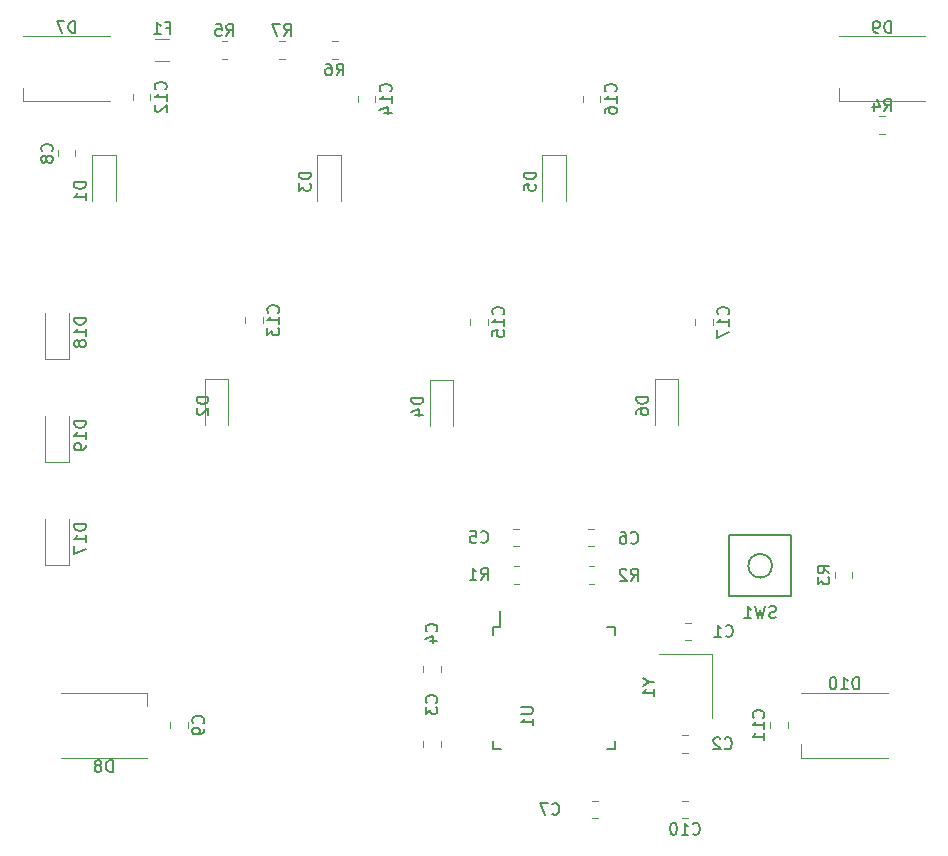
<source format=gbr>
%TF.GenerationSoftware,KiCad,Pcbnew,(6.0.5)*%
%TF.CreationDate,2022-05-27T18:29:41+07:00*%
%TF.ProjectId,atelier-alter,6174656c-6965-4722-9d61-6c7465722e6b,rev?*%
%TF.SameCoordinates,Original*%
%TF.FileFunction,Legend,Bot*%
%TF.FilePolarity,Positive*%
%FSLAX46Y46*%
G04 Gerber Fmt 4.6, Leading zero omitted, Abs format (unit mm)*
G04 Created by KiCad (PCBNEW (6.0.5)) date 2022-05-27 18:29:41*
%MOMM*%
%LPD*%
G01*
G04 APERTURE LIST*
%ADD10C,0.150000*%
%ADD11C,0.120000*%
G04 APERTURE END LIST*
D10*
%TO.C,D5*%
X155614880Y-73080604D02*
X154614880Y-73080604D01*
X154614880Y-73318700D01*
X154662500Y-73461557D01*
X154757738Y-73556795D01*
X154852976Y-73604414D01*
X155043452Y-73652033D01*
X155186309Y-73652033D01*
X155376785Y-73604414D01*
X155472023Y-73556795D01*
X155567261Y-73461557D01*
X155614880Y-73318700D01*
X155614880Y-73080604D01*
X154614880Y-74556795D02*
X154614880Y-74080604D01*
X155091071Y-74032985D01*
X155043452Y-74080604D01*
X154995833Y-74175842D01*
X154995833Y-74413938D01*
X155043452Y-74509176D01*
X155091071Y-74556795D01*
X155186309Y-74604414D01*
X155424404Y-74604414D01*
X155519642Y-74556795D01*
X155567261Y-74509176D01*
X155614880Y-74413938D01*
X155614880Y-74175842D01*
X155567261Y-74080604D01*
X155519642Y-74032985D01*
%TO.C,D10*%
X182983085Y-116808580D02*
X182983085Y-115808580D01*
X182744990Y-115808580D01*
X182602133Y-115856200D01*
X182506895Y-115951438D01*
X182459276Y-116046676D01*
X182411657Y-116237152D01*
X182411657Y-116380009D01*
X182459276Y-116570485D01*
X182506895Y-116665723D01*
X182602133Y-116760961D01*
X182744990Y-116808580D01*
X182983085Y-116808580D01*
X181459276Y-116808580D02*
X182030704Y-116808580D01*
X181744990Y-116808580D02*
X181744990Y-115808580D01*
X181840228Y-115951438D01*
X181935466Y-116046676D01*
X182030704Y-116094295D01*
X180840228Y-115808580D02*
X180744990Y-115808580D01*
X180649752Y-115856200D01*
X180602133Y-115903819D01*
X180554514Y-115999057D01*
X180506895Y-116189533D01*
X180506895Y-116427628D01*
X180554514Y-116618104D01*
X180602133Y-116713342D01*
X180649752Y-116760961D01*
X180744990Y-116808580D01*
X180840228Y-116808580D01*
X180935466Y-116760961D01*
X180983085Y-116713342D01*
X181030704Y-116618104D01*
X181078323Y-116427628D01*
X181078323Y-116189533D01*
X181030704Y-115999057D01*
X180983085Y-115903819D01*
X180935466Y-115856200D01*
X180840228Y-115808580D01*
%TO.C,U1*%
X154377380Y-118313045D02*
X155186904Y-118313045D01*
X155282142Y-118360664D01*
X155329761Y-118408283D01*
X155377380Y-118503521D01*
X155377380Y-118693997D01*
X155329761Y-118789235D01*
X155282142Y-118836854D01*
X155186904Y-118884473D01*
X154377380Y-118884473D01*
X155377380Y-119884473D02*
X155377380Y-119313045D01*
X155377380Y-119598759D02*
X154377380Y-119598759D01*
X154520238Y-119503521D01*
X154615476Y-119408283D01*
X154663095Y-119313045D01*
%TO.C,C7*%
X157013266Y-127357142D02*
X157060885Y-127404761D01*
X157203742Y-127452380D01*
X157298980Y-127452380D01*
X157441838Y-127404761D01*
X157537076Y-127309523D01*
X157584695Y-127214285D01*
X157632314Y-127023809D01*
X157632314Y-126880952D01*
X157584695Y-126690476D01*
X157537076Y-126595238D01*
X157441838Y-126500000D01*
X157298980Y-126452380D01*
X157203742Y-126452380D01*
X157060885Y-126500000D01*
X157013266Y-126547619D01*
X156679933Y-126452380D02*
X156013266Y-126452380D01*
X156441838Y-127452380D01*
%TO.C,C14*%
X143324642Y-66188342D02*
X143372261Y-66140723D01*
X143419880Y-65997866D01*
X143419880Y-65902628D01*
X143372261Y-65759771D01*
X143277023Y-65664533D01*
X143181785Y-65616914D01*
X142991309Y-65569295D01*
X142848452Y-65569295D01*
X142657976Y-65616914D01*
X142562738Y-65664533D01*
X142467500Y-65759771D01*
X142419880Y-65902628D01*
X142419880Y-65997866D01*
X142467500Y-66140723D01*
X142515119Y-66188342D01*
X143419880Y-67140723D02*
X143419880Y-66569295D01*
X143419880Y-66855009D02*
X142419880Y-66855009D01*
X142562738Y-66759771D01*
X142657976Y-66664533D01*
X142705595Y-66569295D01*
X142753214Y-67997866D02*
X143419880Y-67997866D01*
X142372261Y-67759771D02*
X143086547Y-67521676D01*
X143086547Y-68140723D01*
%TO.C,R4*%
X185110466Y-67858580D02*
X185443800Y-67382390D01*
X185681895Y-67858580D02*
X185681895Y-66858580D01*
X185300942Y-66858580D01*
X185205704Y-66906200D01*
X185158085Y-66953819D01*
X185110466Y-67049057D01*
X185110466Y-67191914D01*
X185158085Y-67287152D01*
X185205704Y-67334771D01*
X185300942Y-67382390D01*
X185681895Y-67382390D01*
X184253323Y-67191914D02*
X184253323Y-67858580D01*
X184491419Y-66810961D02*
X184729514Y-67525247D01*
X184110466Y-67525247D01*
%TO.C,D1*%
X117514880Y-73874354D02*
X116514880Y-73874354D01*
X116514880Y-74112450D01*
X116562500Y-74255307D01*
X116657738Y-74350545D01*
X116752976Y-74398164D01*
X116943452Y-74445783D01*
X117086309Y-74445783D01*
X117276785Y-74398164D01*
X117372023Y-74350545D01*
X117467261Y-74255307D01*
X117514880Y-74112450D01*
X117514880Y-73874354D01*
X117514880Y-75398164D02*
X117514880Y-74826735D01*
X117514880Y-75112450D02*
X116514880Y-75112450D01*
X116657738Y-75017211D01*
X116752976Y-74921973D01*
X116800595Y-74826735D01*
%TO.C,C17*%
X171899642Y-85082142D02*
X171947261Y-85034523D01*
X171994880Y-84891666D01*
X171994880Y-84796428D01*
X171947261Y-84653571D01*
X171852023Y-84558333D01*
X171756785Y-84510714D01*
X171566309Y-84463095D01*
X171423452Y-84463095D01*
X171232976Y-84510714D01*
X171137738Y-84558333D01*
X171042500Y-84653571D01*
X170994880Y-84796428D01*
X170994880Y-84891666D01*
X171042500Y-85034523D01*
X171090119Y-85082142D01*
X171994880Y-86034523D02*
X171994880Y-85463095D01*
X171994880Y-85748809D02*
X170994880Y-85748809D01*
X171137738Y-85653571D01*
X171232976Y-85558333D01*
X171280595Y-85463095D01*
X170994880Y-86367857D02*
X170994880Y-87034523D01*
X171994880Y-86605952D01*
%TO.C,R7*%
X134310466Y-61478580D02*
X134643800Y-61002390D01*
X134881895Y-61478580D02*
X134881895Y-60478580D01*
X134500942Y-60478580D01*
X134405704Y-60526200D01*
X134358085Y-60573819D01*
X134310466Y-60669057D01*
X134310466Y-60811914D01*
X134358085Y-60907152D01*
X134405704Y-60954771D01*
X134500942Y-61002390D01*
X134881895Y-61002390D01*
X133977133Y-60478580D02*
X133310466Y-60478580D01*
X133739038Y-61478580D01*
%TO.C,F1*%
X124345833Y-60814771D02*
X124679166Y-60814771D01*
X124679166Y-61338580D02*
X124679166Y-60338580D01*
X124202976Y-60338580D01*
X123298214Y-61338580D02*
X123869642Y-61338580D01*
X123583928Y-61338580D02*
X123583928Y-60338580D01*
X123679166Y-60481438D01*
X123774404Y-60576676D01*
X123869642Y-60624295D01*
%TO.C,R1*%
X150979166Y-107549830D02*
X151312500Y-107073640D01*
X151550595Y-107549830D02*
X151550595Y-106549830D01*
X151169642Y-106549830D01*
X151074404Y-106597450D01*
X151026785Y-106645069D01*
X150979166Y-106740307D01*
X150979166Y-106883164D01*
X151026785Y-106978402D01*
X151074404Y-107026021D01*
X151169642Y-107073640D01*
X151550595Y-107073640D01*
X150026785Y-107549830D02*
X150598214Y-107549830D01*
X150312500Y-107549830D02*
X150312500Y-106549830D01*
X150407738Y-106692688D01*
X150502976Y-106787926D01*
X150598214Y-106835545D01*
%TO.C,SW1*%
X175958333Y-110736011D02*
X175815476Y-110783630D01*
X175577380Y-110783630D01*
X175482142Y-110736011D01*
X175434523Y-110688392D01*
X175386904Y-110593154D01*
X175386904Y-110497916D01*
X175434523Y-110402678D01*
X175482142Y-110355059D01*
X175577380Y-110307440D01*
X175767857Y-110259821D01*
X175863095Y-110212202D01*
X175910714Y-110164583D01*
X175958333Y-110069345D01*
X175958333Y-109974107D01*
X175910714Y-109878869D01*
X175863095Y-109831250D01*
X175767857Y-109783630D01*
X175529761Y-109783630D01*
X175386904Y-109831250D01*
X175053571Y-109783630D02*
X174815476Y-110783630D01*
X174625000Y-110069345D01*
X174434523Y-110783630D01*
X174196428Y-109783630D01*
X173291666Y-110783630D02*
X173863095Y-110783630D01*
X173577380Y-110783630D02*
X173577380Y-109783630D01*
X173672619Y-109926488D01*
X173767857Y-110021726D01*
X173863095Y-110069345D01*
%TO.C,R2*%
X163679166Y-107608580D02*
X164012500Y-107132390D01*
X164250595Y-107608580D02*
X164250595Y-106608580D01*
X163869642Y-106608580D01*
X163774404Y-106656200D01*
X163726785Y-106703819D01*
X163679166Y-106799057D01*
X163679166Y-106941914D01*
X163726785Y-107037152D01*
X163774404Y-107084771D01*
X163869642Y-107132390D01*
X164250595Y-107132390D01*
X163298214Y-106703819D02*
X163250595Y-106656200D01*
X163155357Y-106608580D01*
X162917261Y-106608580D01*
X162822023Y-106656200D01*
X162774404Y-106703819D01*
X162726785Y-106799057D01*
X162726785Y-106894295D01*
X162774404Y-107037152D01*
X163345833Y-107608580D01*
X162726785Y-107608580D01*
%TO.C,C9*%
X127449642Y-119689533D02*
X127497261Y-119641914D01*
X127544880Y-119499057D01*
X127544880Y-119403819D01*
X127497261Y-119260961D01*
X127402023Y-119165723D01*
X127306785Y-119118104D01*
X127116309Y-119070485D01*
X126973452Y-119070485D01*
X126782976Y-119118104D01*
X126687738Y-119165723D01*
X126592500Y-119260961D01*
X126544880Y-119403819D01*
X126544880Y-119499057D01*
X126592500Y-119641914D01*
X126640119Y-119689533D01*
X127544880Y-120165723D02*
X127544880Y-120356200D01*
X127497261Y-120451438D01*
X127449642Y-120499057D01*
X127306785Y-120594295D01*
X127116309Y-120641914D01*
X126735357Y-120641914D01*
X126640119Y-120594295D01*
X126592500Y-120546676D01*
X126544880Y-120451438D01*
X126544880Y-120260961D01*
X126592500Y-120165723D01*
X126640119Y-120118104D01*
X126735357Y-120070485D01*
X126973452Y-120070485D01*
X127068690Y-120118104D01*
X127116309Y-120165723D01*
X127163928Y-120260961D01*
X127163928Y-120451438D01*
X127116309Y-120546676D01*
X127068690Y-120594295D01*
X126973452Y-120641914D01*
%TO.C,C15*%
X152849642Y-85082142D02*
X152897261Y-85034523D01*
X152944880Y-84891666D01*
X152944880Y-84796428D01*
X152897261Y-84653571D01*
X152802023Y-84558333D01*
X152706785Y-84510714D01*
X152516309Y-84463095D01*
X152373452Y-84463095D01*
X152182976Y-84510714D01*
X152087738Y-84558333D01*
X151992500Y-84653571D01*
X151944880Y-84796428D01*
X151944880Y-84891666D01*
X151992500Y-85034523D01*
X152040119Y-85082142D01*
X152944880Y-86034523D02*
X152944880Y-85463095D01*
X152944880Y-85748809D02*
X151944880Y-85748809D01*
X152087738Y-85653571D01*
X152182976Y-85558333D01*
X152230595Y-85463095D01*
X151944880Y-86939285D02*
X151944880Y-86463095D01*
X152421071Y-86415476D01*
X152373452Y-86463095D01*
X152325833Y-86558333D01*
X152325833Y-86796428D01*
X152373452Y-86891666D01*
X152421071Y-86939285D01*
X152516309Y-86986904D01*
X152754404Y-86986904D01*
X152849642Y-86939285D01*
X152897261Y-86891666D01*
X152944880Y-86796428D01*
X152944880Y-86558333D01*
X152897261Y-86463095D01*
X152849642Y-86415476D01*
%TO.C,D4*%
X146089880Y-92130604D02*
X145089880Y-92130604D01*
X145089880Y-92368700D01*
X145137500Y-92511557D01*
X145232738Y-92606795D01*
X145327976Y-92654414D01*
X145518452Y-92702033D01*
X145661309Y-92702033D01*
X145851785Y-92654414D01*
X145947023Y-92606795D01*
X146042261Y-92511557D01*
X146089880Y-92368700D01*
X146089880Y-92130604D01*
X145423214Y-93559176D02*
X146089880Y-93559176D01*
X145042261Y-93321080D02*
X145756547Y-93082985D01*
X145756547Y-93702033D01*
%TO.C,D17*%
X117546180Y-102829414D02*
X116546180Y-102829414D01*
X116546180Y-103067509D01*
X116593800Y-103210366D01*
X116689038Y-103305604D01*
X116784276Y-103353223D01*
X116974752Y-103400842D01*
X117117609Y-103400842D01*
X117308085Y-103353223D01*
X117403323Y-103305604D01*
X117498561Y-103210366D01*
X117546180Y-103067509D01*
X117546180Y-102829414D01*
X117546180Y-104353223D02*
X117546180Y-103781795D01*
X117546180Y-104067509D02*
X116546180Y-104067509D01*
X116689038Y-103972271D01*
X116784276Y-103877033D01*
X116831895Y-103781795D01*
X116546180Y-104686557D02*
X116546180Y-105353223D01*
X117546180Y-104924652D01*
%TO.C,C5*%
X150979166Y-104338342D02*
X151026785Y-104385961D01*
X151169642Y-104433580D01*
X151264880Y-104433580D01*
X151407738Y-104385961D01*
X151502976Y-104290723D01*
X151550595Y-104195485D01*
X151598214Y-104005009D01*
X151598214Y-103862152D01*
X151550595Y-103671676D01*
X151502976Y-103576438D01*
X151407738Y-103481200D01*
X151264880Y-103433580D01*
X151169642Y-103433580D01*
X151026785Y-103481200D01*
X150979166Y-103528819D01*
X150074404Y-103433580D02*
X150550595Y-103433580D01*
X150598214Y-103909771D01*
X150550595Y-103862152D01*
X150455357Y-103814533D01*
X150217261Y-103814533D01*
X150122023Y-103862152D01*
X150074404Y-103909771D01*
X150026785Y-104005009D01*
X150026785Y-104243104D01*
X150074404Y-104338342D01*
X150122023Y-104385961D01*
X150217261Y-104433580D01*
X150455357Y-104433580D01*
X150550595Y-104385961D01*
X150598214Y-104338342D01*
%TO.C,D9*%
X185681895Y-61246080D02*
X185681895Y-60246080D01*
X185443800Y-60246080D01*
X185300942Y-60293700D01*
X185205704Y-60388938D01*
X185158085Y-60484176D01*
X185110466Y-60674652D01*
X185110466Y-60817509D01*
X185158085Y-61007985D01*
X185205704Y-61103223D01*
X185300942Y-61198461D01*
X185443800Y-61246080D01*
X185681895Y-61246080D01*
X184634276Y-61246080D02*
X184443800Y-61246080D01*
X184348561Y-61198461D01*
X184300942Y-61150842D01*
X184205704Y-61007985D01*
X184158085Y-60817509D01*
X184158085Y-60436557D01*
X184205704Y-60341319D01*
X184253323Y-60293700D01*
X184348561Y-60246080D01*
X184539038Y-60246080D01*
X184634276Y-60293700D01*
X184681895Y-60341319D01*
X184729514Y-60436557D01*
X184729514Y-60674652D01*
X184681895Y-60769890D01*
X184634276Y-60817509D01*
X184539038Y-60865128D01*
X184348561Y-60865128D01*
X184253323Y-60817509D01*
X184205704Y-60769890D01*
X184158085Y-60674652D01*
%TO.C,C6*%
X163679166Y-104397092D02*
X163726785Y-104444711D01*
X163869642Y-104492330D01*
X163964880Y-104492330D01*
X164107738Y-104444711D01*
X164202976Y-104349473D01*
X164250595Y-104254235D01*
X164298214Y-104063759D01*
X164298214Y-103920902D01*
X164250595Y-103730426D01*
X164202976Y-103635188D01*
X164107738Y-103539950D01*
X163964880Y-103492330D01*
X163869642Y-103492330D01*
X163726785Y-103539950D01*
X163679166Y-103587569D01*
X162822023Y-103492330D02*
X163012500Y-103492330D01*
X163107738Y-103539950D01*
X163155357Y-103587569D01*
X163250595Y-103730426D01*
X163298214Y-103920902D01*
X163298214Y-104301854D01*
X163250595Y-104397092D01*
X163202976Y-104444711D01*
X163107738Y-104492330D01*
X162917261Y-104492330D01*
X162822023Y-104444711D01*
X162774404Y-104397092D01*
X162726785Y-104301854D01*
X162726785Y-104063759D01*
X162774404Y-103968521D01*
X162822023Y-103920902D01*
X162917261Y-103873283D01*
X163107738Y-103873283D01*
X163202976Y-103920902D01*
X163250595Y-103968521D01*
X163298214Y-104063759D01*
%TO.C,C4*%
X147200942Y-111908283D02*
X147248561Y-111860664D01*
X147296180Y-111717807D01*
X147296180Y-111622569D01*
X147248561Y-111479711D01*
X147153323Y-111384473D01*
X147058085Y-111336854D01*
X146867609Y-111289235D01*
X146724752Y-111289235D01*
X146534276Y-111336854D01*
X146439038Y-111384473D01*
X146343800Y-111479711D01*
X146296180Y-111622569D01*
X146296180Y-111717807D01*
X146343800Y-111860664D01*
X146391419Y-111908283D01*
X146629514Y-112765426D02*
X147296180Y-112765426D01*
X146248561Y-112527330D02*
X146962847Y-112289235D01*
X146962847Y-112908283D01*
%TO.C,R6*%
X138760466Y-64838580D02*
X139093800Y-64362390D01*
X139331895Y-64838580D02*
X139331895Y-63838580D01*
X138950942Y-63838580D01*
X138855704Y-63886200D01*
X138808085Y-63933819D01*
X138760466Y-64029057D01*
X138760466Y-64171914D01*
X138808085Y-64267152D01*
X138855704Y-64314771D01*
X138950942Y-64362390D01*
X139331895Y-64362390D01*
X137903323Y-63838580D02*
X138093800Y-63838580D01*
X138189038Y-63886200D01*
X138236657Y-63933819D01*
X138331895Y-64076676D01*
X138379514Y-64267152D01*
X138379514Y-64648104D01*
X138331895Y-64743342D01*
X138284276Y-64790961D01*
X138189038Y-64838580D01*
X137998561Y-64838580D01*
X137903323Y-64790961D01*
X137855704Y-64743342D01*
X137808085Y-64648104D01*
X137808085Y-64410009D01*
X137855704Y-64314771D01*
X137903323Y-64267152D01*
X137998561Y-64219533D01*
X138189038Y-64219533D01*
X138284276Y-64267152D01*
X138331895Y-64314771D01*
X138379514Y-64410009D01*
%TO.C,D19*%
X117546180Y-94098214D02*
X116546180Y-94098214D01*
X116546180Y-94336309D01*
X116593800Y-94479166D01*
X116689038Y-94574404D01*
X116784276Y-94622023D01*
X116974752Y-94669642D01*
X117117609Y-94669642D01*
X117308085Y-94622023D01*
X117403323Y-94574404D01*
X117498561Y-94479166D01*
X117546180Y-94336309D01*
X117546180Y-94098214D01*
X117546180Y-95622023D02*
X117546180Y-95050595D01*
X117546180Y-95336309D02*
X116546180Y-95336309D01*
X116689038Y-95241071D01*
X116784276Y-95145833D01*
X116831895Y-95050595D01*
X117546180Y-96098214D02*
X117546180Y-96288690D01*
X117498561Y-96383928D01*
X117450942Y-96431547D01*
X117308085Y-96526785D01*
X117117609Y-96574404D01*
X116736657Y-96574404D01*
X116641419Y-96526785D01*
X116593800Y-96479166D01*
X116546180Y-96383928D01*
X116546180Y-96193452D01*
X116593800Y-96098214D01*
X116641419Y-96050595D01*
X116736657Y-96002976D01*
X116974752Y-96002976D01*
X117069990Y-96050595D01*
X117117609Y-96098214D01*
X117165228Y-96193452D01*
X117165228Y-96383928D01*
X117117609Y-96479166D01*
X117069990Y-96526785D01*
X116974752Y-96574404D01*
%TO.C,D7*%
X116625595Y-61246080D02*
X116625595Y-60246080D01*
X116387500Y-60246080D01*
X116244642Y-60293700D01*
X116149404Y-60388938D01*
X116101785Y-60484176D01*
X116054166Y-60674652D01*
X116054166Y-60817509D01*
X116101785Y-61007985D01*
X116149404Y-61103223D01*
X116244642Y-61198461D01*
X116387500Y-61246080D01*
X116625595Y-61246080D01*
X115720833Y-60246080D02*
X115054166Y-60246080D01*
X115482738Y-61246080D01*
%TO.C,C8*%
X114657142Y-71270833D02*
X114704761Y-71223214D01*
X114752380Y-71080357D01*
X114752380Y-70985119D01*
X114704761Y-70842261D01*
X114609523Y-70747023D01*
X114514285Y-70699404D01*
X114323809Y-70651785D01*
X114180952Y-70651785D01*
X113990476Y-70699404D01*
X113895238Y-70747023D01*
X113800000Y-70842261D01*
X113752380Y-70985119D01*
X113752380Y-71080357D01*
X113800000Y-71223214D01*
X113847619Y-71270833D01*
X114180952Y-71842261D02*
X114133333Y-71747023D01*
X114085714Y-71699404D01*
X113990476Y-71651785D01*
X113942857Y-71651785D01*
X113847619Y-71699404D01*
X113800000Y-71747023D01*
X113752380Y-71842261D01*
X113752380Y-72032738D01*
X113800000Y-72127976D01*
X113847619Y-72175595D01*
X113942857Y-72223214D01*
X113990476Y-72223214D01*
X114085714Y-72175595D01*
X114133333Y-72127976D01*
X114180952Y-72032738D01*
X114180952Y-71842261D01*
X114228571Y-71747023D01*
X114276190Y-71699404D01*
X114371428Y-71651785D01*
X114561904Y-71651785D01*
X114657142Y-71699404D01*
X114704761Y-71747023D01*
X114752380Y-71842261D01*
X114752380Y-72032738D01*
X114704761Y-72127976D01*
X114657142Y-72175595D01*
X114561904Y-72223214D01*
X114371428Y-72223214D01*
X114276190Y-72175595D01*
X114228571Y-72127976D01*
X114180952Y-72032738D01*
%TO.C,D2*%
X127908630Y-92068104D02*
X126908630Y-92068104D01*
X126908630Y-92306200D01*
X126956250Y-92449057D01*
X127051488Y-92544295D01*
X127146726Y-92591914D01*
X127337202Y-92639533D01*
X127480059Y-92639533D01*
X127670535Y-92591914D01*
X127765773Y-92544295D01*
X127861011Y-92449057D01*
X127908630Y-92306200D01*
X127908630Y-92068104D01*
X127003869Y-93020485D02*
X126956250Y-93068104D01*
X126908630Y-93163342D01*
X126908630Y-93401438D01*
X126956250Y-93496676D01*
X127003869Y-93544295D01*
X127099107Y-93591914D01*
X127194345Y-93591914D01*
X127337202Y-93544295D01*
X127908630Y-92972866D01*
X127908630Y-93591914D01*
%TO.C,C11*%
X174889642Y-119213342D02*
X174937261Y-119165723D01*
X174984880Y-119022866D01*
X174984880Y-118927628D01*
X174937261Y-118784771D01*
X174842023Y-118689533D01*
X174746785Y-118641914D01*
X174556309Y-118594295D01*
X174413452Y-118594295D01*
X174222976Y-118641914D01*
X174127738Y-118689533D01*
X174032500Y-118784771D01*
X173984880Y-118927628D01*
X173984880Y-119022866D01*
X174032500Y-119165723D01*
X174080119Y-119213342D01*
X174984880Y-120165723D02*
X174984880Y-119594295D01*
X174984880Y-119880009D02*
X173984880Y-119880009D01*
X174127738Y-119784771D01*
X174222976Y-119689533D01*
X174270595Y-119594295D01*
X174984880Y-121118104D02*
X174984880Y-120546676D01*
X174984880Y-120832390D02*
X173984880Y-120832390D01*
X174127738Y-120737152D01*
X174222976Y-120641914D01*
X174270595Y-120546676D01*
%TO.C,D8*%
X119800595Y-123808580D02*
X119800595Y-122808580D01*
X119562500Y-122808580D01*
X119419642Y-122856200D01*
X119324404Y-122951438D01*
X119276785Y-123046676D01*
X119229166Y-123237152D01*
X119229166Y-123380009D01*
X119276785Y-123570485D01*
X119324404Y-123665723D01*
X119419642Y-123760961D01*
X119562500Y-123808580D01*
X119800595Y-123808580D01*
X118657738Y-123237152D02*
X118752976Y-123189533D01*
X118800595Y-123141914D01*
X118848214Y-123046676D01*
X118848214Y-122999057D01*
X118800595Y-122903819D01*
X118752976Y-122856200D01*
X118657738Y-122808580D01*
X118467261Y-122808580D01*
X118372023Y-122856200D01*
X118324404Y-122903819D01*
X118276785Y-122999057D01*
X118276785Y-123046676D01*
X118324404Y-123141914D01*
X118372023Y-123189533D01*
X118467261Y-123237152D01*
X118657738Y-123237152D01*
X118752976Y-123284771D01*
X118800595Y-123332390D01*
X118848214Y-123427628D01*
X118848214Y-123618104D01*
X118800595Y-123713342D01*
X118752976Y-123760961D01*
X118657738Y-123808580D01*
X118467261Y-123808580D01*
X118372023Y-123760961D01*
X118324404Y-123713342D01*
X118276785Y-123618104D01*
X118276785Y-123427628D01*
X118324404Y-123332390D01*
X118372023Y-123284771D01*
X118467261Y-123237152D01*
%TO.C,C13*%
X133799642Y-84925842D02*
X133847261Y-84878223D01*
X133894880Y-84735366D01*
X133894880Y-84640128D01*
X133847261Y-84497271D01*
X133752023Y-84402033D01*
X133656785Y-84354414D01*
X133466309Y-84306795D01*
X133323452Y-84306795D01*
X133132976Y-84354414D01*
X133037738Y-84402033D01*
X132942500Y-84497271D01*
X132894880Y-84640128D01*
X132894880Y-84735366D01*
X132942500Y-84878223D01*
X132990119Y-84925842D01*
X133894880Y-85878223D02*
X133894880Y-85306795D01*
X133894880Y-85592509D02*
X132894880Y-85592509D01*
X133037738Y-85497271D01*
X133132976Y-85402033D01*
X133180595Y-85306795D01*
X132894880Y-86211557D02*
X132894880Y-86830604D01*
X133275833Y-86497271D01*
X133275833Y-86640128D01*
X133323452Y-86735366D01*
X133371071Y-86782985D01*
X133466309Y-86830604D01*
X133704404Y-86830604D01*
X133799642Y-86782985D01*
X133847261Y-86735366D01*
X133894880Y-86640128D01*
X133894880Y-86354414D01*
X133847261Y-86259176D01*
X133799642Y-86211557D01*
%TO.C,R5*%
X129429166Y-61508580D02*
X129762500Y-61032390D01*
X130000595Y-61508580D02*
X130000595Y-60508580D01*
X129619642Y-60508580D01*
X129524404Y-60556200D01*
X129476785Y-60603819D01*
X129429166Y-60699057D01*
X129429166Y-60841914D01*
X129476785Y-60937152D01*
X129524404Y-60984771D01*
X129619642Y-61032390D01*
X130000595Y-61032390D01*
X128524404Y-60508580D02*
X129000595Y-60508580D01*
X129048214Y-60984771D01*
X129000595Y-60937152D01*
X128905357Y-60889533D01*
X128667261Y-60889533D01*
X128572023Y-60937152D01*
X128524404Y-60984771D01*
X128476785Y-61080009D01*
X128476785Y-61318104D01*
X128524404Y-61413342D01*
X128572023Y-61460961D01*
X128667261Y-61508580D01*
X128905357Y-61508580D01*
X129000595Y-61460961D01*
X129048214Y-61413342D01*
%TO.C,C1*%
X171697916Y-112275842D02*
X171745535Y-112323461D01*
X171888392Y-112371080D01*
X171983630Y-112371080D01*
X172126488Y-112323461D01*
X172221726Y-112228223D01*
X172269345Y-112132985D01*
X172316964Y-111942509D01*
X172316964Y-111799652D01*
X172269345Y-111609176D01*
X172221726Y-111513938D01*
X172126488Y-111418700D01*
X171983630Y-111371080D01*
X171888392Y-111371080D01*
X171745535Y-111418700D01*
X171697916Y-111466319D01*
X170745535Y-112371080D02*
X171316964Y-112371080D01*
X171031250Y-112371080D02*
X171031250Y-111371080D01*
X171126488Y-111513938D01*
X171221726Y-111609176D01*
X171316964Y-111656795D01*
%TO.C,D3*%
X136564880Y-73080604D02*
X135564880Y-73080604D01*
X135564880Y-73318700D01*
X135612500Y-73461557D01*
X135707738Y-73556795D01*
X135802976Y-73604414D01*
X135993452Y-73652033D01*
X136136309Y-73652033D01*
X136326785Y-73604414D01*
X136422023Y-73556795D01*
X136517261Y-73461557D01*
X136564880Y-73318700D01*
X136564880Y-73080604D01*
X135564880Y-73985366D02*
X135564880Y-74604414D01*
X135945833Y-74271080D01*
X135945833Y-74413938D01*
X135993452Y-74509176D01*
X136041071Y-74556795D01*
X136136309Y-74604414D01*
X136374404Y-74604414D01*
X136469642Y-74556795D01*
X136517261Y-74509176D01*
X136564880Y-74413938D01*
X136564880Y-74128223D01*
X136517261Y-74032985D01*
X136469642Y-73985366D01*
%TO.C,C10*%
X168917857Y-129037142D02*
X168965476Y-129084761D01*
X169108333Y-129132380D01*
X169203571Y-129132380D01*
X169346428Y-129084761D01*
X169441666Y-128989523D01*
X169489285Y-128894285D01*
X169536904Y-128703809D01*
X169536904Y-128560952D01*
X169489285Y-128370476D01*
X169441666Y-128275238D01*
X169346428Y-128180000D01*
X169203571Y-128132380D01*
X169108333Y-128132380D01*
X168965476Y-128180000D01*
X168917857Y-128227619D01*
X167965476Y-129132380D02*
X168536904Y-129132380D01*
X168251190Y-129132380D02*
X168251190Y-128132380D01*
X168346428Y-128275238D01*
X168441666Y-128370476D01*
X168536904Y-128418095D01*
X167346428Y-128132380D02*
X167251190Y-128132380D01*
X167155952Y-128180000D01*
X167108333Y-128227619D01*
X167060714Y-128322857D01*
X167013095Y-128513333D01*
X167013095Y-128751428D01*
X167060714Y-128941904D01*
X167108333Y-129037142D01*
X167155952Y-129084761D01*
X167251190Y-129132380D01*
X167346428Y-129132380D01*
X167441666Y-129084761D01*
X167489285Y-129037142D01*
X167536904Y-128941904D01*
X167584523Y-128751428D01*
X167584523Y-128513333D01*
X167536904Y-128322857D01*
X167489285Y-128227619D01*
X167441666Y-128180000D01*
X167346428Y-128132380D01*
%TO.C,Y1*%
X165201190Y-116217509D02*
X165677380Y-116217509D01*
X164677380Y-115884176D02*
X165201190Y-116217509D01*
X164677380Y-116550842D01*
X165677380Y-117407985D02*
X165677380Y-116836557D01*
X165677380Y-117122271D02*
X164677380Y-117122271D01*
X164820238Y-117027033D01*
X164915476Y-116931795D01*
X164963095Y-116836557D01*
%TO.C,D18*%
X117546180Y-85366914D02*
X116546180Y-85366914D01*
X116546180Y-85605009D01*
X116593800Y-85747866D01*
X116689038Y-85843104D01*
X116784276Y-85890723D01*
X116974752Y-85938342D01*
X117117609Y-85938342D01*
X117308085Y-85890723D01*
X117403323Y-85843104D01*
X117498561Y-85747866D01*
X117546180Y-85605009D01*
X117546180Y-85366914D01*
X117546180Y-86890723D02*
X117546180Y-86319295D01*
X117546180Y-86605009D02*
X116546180Y-86605009D01*
X116689038Y-86509771D01*
X116784276Y-86414533D01*
X116831895Y-86319295D01*
X116974752Y-87462152D02*
X116927133Y-87366914D01*
X116879514Y-87319295D01*
X116784276Y-87271676D01*
X116736657Y-87271676D01*
X116641419Y-87319295D01*
X116593800Y-87366914D01*
X116546180Y-87462152D01*
X116546180Y-87652628D01*
X116593800Y-87747866D01*
X116641419Y-87795485D01*
X116736657Y-87843104D01*
X116784276Y-87843104D01*
X116879514Y-87795485D01*
X116927133Y-87747866D01*
X116974752Y-87652628D01*
X116974752Y-87462152D01*
X117022371Y-87366914D01*
X117069990Y-87319295D01*
X117165228Y-87271676D01*
X117355704Y-87271676D01*
X117450942Y-87319295D01*
X117498561Y-87366914D01*
X117546180Y-87462152D01*
X117546180Y-87652628D01*
X117498561Y-87747866D01*
X117450942Y-87795485D01*
X117355704Y-87843104D01*
X117165228Y-87843104D01*
X117069990Y-87795485D01*
X117022371Y-87747866D01*
X116974752Y-87652628D01*
%TO.C,D6*%
X165139880Y-92068104D02*
X164139880Y-92068104D01*
X164139880Y-92306200D01*
X164187500Y-92449057D01*
X164282738Y-92544295D01*
X164377976Y-92591914D01*
X164568452Y-92639533D01*
X164711309Y-92639533D01*
X164901785Y-92591914D01*
X164997023Y-92544295D01*
X165092261Y-92449057D01*
X165139880Y-92306200D01*
X165139880Y-92068104D01*
X164139880Y-93496676D02*
X164139880Y-93306200D01*
X164187500Y-93210961D01*
X164235119Y-93163342D01*
X164377976Y-93068104D01*
X164568452Y-93020485D01*
X164949404Y-93020485D01*
X165044642Y-93068104D01*
X165092261Y-93115723D01*
X165139880Y-93210961D01*
X165139880Y-93401438D01*
X165092261Y-93496676D01*
X165044642Y-93544295D01*
X164949404Y-93591914D01*
X164711309Y-93591914D01*
X164616071Y-93544295D01*
X164568452Y-93496676D01*
X164520833Y-93401438D01*
X164520833Y-93210961D01*
X164568452Y-93115723D01*
X164616071Y-93068104D01*
X164711309Y-93020485D01*
%TO.C,R3*%
X180491180Y-106989533D02*
X180014990Y-106656200D01*
X180491180Y-106418104D02*
X179491180Y-106418104D01*
X179491180Y-106799057D01*
X179538800Y-106894295D01*
X179586419Y-106941914D01*
X179681657Y-106989533D01*
X179824514Y-106989533D01*
X179919752Y-106941914D01*
X179967371Y-106894295D01*
X180014990Y-106799057D01*
X180014990Y-106418104D01*
X179491180Y-107322866D02*
X179491180Y-107941914D01*
X179872133Y-107608580D01*
X179872133Y-107751438D01*
X179919752Y-107846676D01*
X179967371Y-107894295D01*
X180062609Y-107941914D01*
X180300704Y-107941914D01*
X180395942Y-107894295D01*
X180443561Y-107846676D01*
X180491180Y-107751438D01*
X180491180Y-107465723D01*
X180443561Y-107370485D01*
X180395942Y-107322866D01*
%TO.C,C16*%
X162374642Y-66188342D02*
X162422261Y-66140723D01*
X162469880Y-65997866D01*
X162469880Y-65902628D01*
X162422261Y-65759771D01*
X162327023Y-65664533D01*
X162231785Y-65616914D01*
X162041309Y-65569295D01*
X161898452Y-65569295D01*
X161707976Y-65616914D01*
X161612738Y-65664533D01*
X161517500Y-65759771D01*
X161469880Y-65902628D01*
X161469880Y-65997866D01*
X161517500Y-66140723D01*
X161565119Y-66188342D01*
X162469880Y-67140723D02*
X162469880Y-66569295D01*
X162469880Y-66855009D02*
X161469880Y-66855009D01*
X161612738Y-66759771D01*
X161707976Y-66664533D01*
X161755595Y-66569295D01*
X161469880Y-67997866D02*
X161469880Y-67807390D01*
X161517500Y-67712152D01*
X161565119Y-67664533D01*
X161707976Y-67569295D01*
X161898452Y-67521676D01*
X162279404Y-67521676D01*
X162374642Y-67569295D01*
X162422261Y-67616914D01*
X162469880Y-67712152D01*
X162469880Y-67902628D01*
X162422261Y-67997866D01*
X162374642Y-68045485D01*
X162279404Y-68093104D01*
X162041309Y-68093104D01*
X161946071Y-68045485D01*
X161898452Y-67997866D01*
X161850833Y-67902628D01*
X161850833Y-67712152D01*
X161898452Y-67616914D01*
X161946071Y-67569295D01*
X162041309Y-67521676D01*
%TO.C,C12*%
X124274642Y-66032142D02*
X124322261Y-65984523D01*
X124369880Y-65841666D01*
X124369880Y-65746428D01*
X124322261Y-65603571D01*
X124227023Y-65508333D01*
X124131785Y-65460714D01*
X123941309Y-65413095D01*
X123798452Y-65413095D01*
X123607976Y-65460714D01*
X123512738Y-65508333D01*
X123417500Y-65603571D01*
X123369880Y-65746428D01*
X123369880Y-65841666D01*
X123417500Y-65984523D01*
X123465119Y-66032142D01*
X124369880Y-66984523D02*
X124369880Y-66413095D01*
X124369880Y-66698809D02*
X123369880Y-66698809D01*
X123512738Y-66603571D01*
X123607976Y-66508333D01*
X123655595Y-66413095D01*
X123465119Y-67365476D02*
X123417500Y-67413095D01*
X123369880Y-67508333D01*
X123369880Y-67746428D01*
X123417500Y-67841666D01*
X123465119Y-67889285D01*
X123560357Y-67936904D01*
X123655595Y-67936904D01*
X123798452Y-67889285D01*
X124369880Y-67317857D01*
X124369880Y-67936904D01*
%TO.C,C2*%
X171616666Y-121800842D02*
X171664285Y-121848461D01*
X171807142Y-121896080D01*
X171902380Y-121896080D01*
X172045238Y-121848461D01*
X172140476Y-121753223D01*
X172188095Y-121657985D01*
X172235714Y-121467509D01*
X172235714Y-121324652D01*
X172188095Y-121134176D01*
X172140476Y-121038938D01*
X172045238Y-120943700D01*
X171902380Y-120896080D01*
X171807142Y-120896080D01*
X171664285Y-120943700D01*
X171616666Y-120991319D01*
X171235714Y-120991319D02*
X171188095Y-120943700D01*
X171092857Y-120896080D01*
X170854761Y-120896080D01*
X170759523Y-120943700D01*
X170711904Y-120991319D01*
X170664285Y-121086557D01*
X170664285Y-121181795D01*
X170711904Y-121324652D01*
X171283333Y-121896080D01*
X170664285Y-121896080D01*
%TO.C,C3*%
X147200942Y-117945783D02*
X147248561Y-117898164D01*
X147296180Y-117755307D01*
X147296180Y-117660069D01*
X147248561Y-117517211D01*
X147153323Y-117421973D01*
X147058085Y-117374354D01*
X146867609Y-117326735D01*
X146724752Y-117326735D01*
X146534276Y-117374354D01*
X146439038Y-117421973D01*
X146343800Y-117517211D01*
X146296180Y-117660069D01*
X146296180Y-117755307D01*
X146343800Y-117898164D01*
X146391419Y-117945783D01*
X146296180Y-118279116D02*
X146296180Y-118898164D01*
X146677133Y-118564830D01*
X146677133Y-118707688D01*
X146724752Y-118802926D01*
X146772371Y-118850545D01*
X146867609Y-118898164D01*
X147105704Y-118898164D01*
X147200942Y-118850545D01*
X147248561Y-118802926D01*
X147296180Y-118707688D01*
X147296180Y-118421973D01*
X147248561Y-118326735D01*
X147200942Y-118279116D01*
D11*
%TO.C,D5*%
X158162500Y-71568700D02*
X158162500Y-75468700D01*
X156162500Y-71568700D02*
X156162500Y-75468700D01*
X156162500Y-71568700D02*
X158162500Y-71568700D01*
%TO.C,D10*%
X185418800Y-117106200D02*
X178118800Y-117106200D01*
X178118800Y-122606200D02*
X178118800Y-121456200D01*
X185418800Y-122606200D02*
X178118800Y-122606200D01*
D10*
%TO.C,U1*%
X151987500Y-121856200D02*
X151987500Y-121181200D01*
X151987500Y-111506200D02*
X151987500Y-112181200D01*
X162337500Y-111506200D02*
X162337500Y-112181200D01*
X162337500Y-121856200D02*
X161662500Y-121856200D01*
X151987500Y-111506200D02*
X152562500Y-111506200D01*
X162337500Y-111506200D02*
X161662500Y-111506200D01*
X151987500Y-121856200D02*
X152662500Y-121856200D01*
X152562500Y-111506200D02*
X152562500Y-110231200D01*
X162337500Y-121856200D02*
X162337500Y-121181200D01*
D11*
%TO.C,C7*%
X160397848Y-126265000D02*
X160920352Y-126265000D01*
X160397848Y-127735000D02*
X160920352Y-127735000D01*
%TO.C,C14*%
X142022500Y-67092452D02*
X142022500Y-66569948D01*
X140552500Y-67092452D02*
X140552500Y-66569948D01*
%TO.C,R4*%
X185170864Y-69791200D02*
X184716736Y-69791200D01*
X185170864Y-68321200D02*
X184716736Y-68321200D01*
%TO.C,D1*%
X120062500Y-71568700D02*
X120062500Y-75468700D01*
X118062500Y-71568700D02*
X120062500Y-71568700D01*
X118062500Y-71568700D02*
X118062500Y-75468700D01*
%TO.C,C17*%
X170597500Y-85986252D02*
X170597500Y-85463748D01*
X169127500Y-85986252D02*
X169127500Y-85463748D01*
%TO.C,R7*%
X134405052Y-63441200D02*
X133882548Y-63441200D01*
X134405052Y-61971200D02*
X133882548Y-61971200D01*
%TO.C,F1*%
X124614564Y-63616200D02*
X123410436Y-63616200D01*
X124614564Y-61796200D02*
X123410436Y-61796200D01*
%TO.C,R1*%
X154214564Y-107891200D02*
X153760436Y-107891200D01*
X154214564Y-106421200D02*
X153760436Y-106421200D01*
D10*
%TO.C,SW1*%
X177225000Y-103762500D02*
X172025000Y-103762500D01*
X172025000Y-103762500D02*
X172025000Y-108962500D01*
X172025000Y-108962500D02*
X177225000Y-108962500D01*
X177225000Y-108962500D02*
X177225000Y-103762500D01*
X175625000Y-106362500D02*
G75*
G03*
X175625000Y-106362500I-1000000J0D01*
G01*
D11*
%TO.C,R2*%
X160110436Y-107891200D02*
X160564564Y-107891200D01*
X160110436Y-106421200D02*
X160564564Y-106421200D01*
%TO.C,C9*%
X124677500Y-120117452D02*
X124677500Y-119594948D01*
X126147500Y-120117452D02*
X126147500Y-119594948D01*
%TO.C,C15*%
X151547500Y-85986252D02*
X151547500Y-85463748D01*
X150077500Y-85986252D02*
X150077500Y-85463748D01*
%TO.C,D4*%
X148637500Y-90618700D02*
X148637500Y-94518700D01*
X146637500Y-90618700D02*
X146637500Y-94518700D01*
X146637500Y-90618700D02*
X148637500Y-90618700D01*
%TO.C,D17*%
X116093800Y-106293700D02*
X114093800Y-106293700D01*
X116093800Y-106293700D02*
X116093800Y-102393700D01*
X114093800Y-106293700D02*
X114093800Y-102393700D01*
%TO.C,C5*%
X153726248Y-104716200D02*
X154248752Y-104716200D01*
X153726248Y-103246200D02*
X154248752Y-103246200D01*
%TO.C,D9*%
X181293800Y-67043700D02*
X181293800Y-65893700D01*
X188593800Y-67043700D02*
X181293800Y-67043700D01*
X188593800Y-61543700D02*
X181293800Y-61543700D01*
%TO.C,C6*%
X160076248Y-103246200D02*
X160598752Y-103246200D01*
X160076248Y-104716200D02*
X160598752Y-104716200D01*
%TO.C,C4*%
X146108800Y-114832448D02*
X146108800Y-115354952D01*
X147578800Y-114832448D02*
X147578800Y-115354952D01*
%TO.C,R6*%
X138332548Y-61971200D02*
X138855052Y-61971200D01*
X138332548Y-63441200D02*
X138855052Y-63441200D01*
%TO.C,D19*%
X116093800Y-97562500D02*
X116093800Y-93662500D01*
X114093800Y-97562500D02*
X114093800Y-93662500D01*
X116093800Y-97562500D02*
X114093800Y-97562500D01*
%TO.C,D7*%
X112237500Y-67043700D02*
X112237500Y-65893700D01*
X119537500Y-67043700D02*
X112237500Y-67043700D01*
X119537500Y-61543700D02*
X112237500Y-61543700D01*
%TO.C,C8*%
X116622500Y-71698752D02*
X116622500Y-71176248D01*
X115152500Y-71698752D02*
X115152500Y-71176248D01*
%TO.C,D2*%
X127587500Y-90556200D02*
X127587500Y-94456200D01*
X127587500Y-90556200D02*
X129587500Y-90556200D01*
X129587500Y-90556200D02*
X129587500Y-94456200D01*
%TO.C,C11*%
X175477500Y-119594948D02*
X175477500Y-120117452D01*
X176947500Y-119594948D02*
X176947500Y-120117452D01*
%TO.C,D8*%
X115412500Y-122606200D02*
X122712500Y-122606200D01*
X122712500Y-117106200D02*
X122712500Y-118256200D01*
X115412500Y-117106200D02*
X122712500Y-117106200D01*
%TO.C,C13*%
X132497500Y-85829952D02*
X132497500Y-85307448D01*
X131027500Y-85829952D02*
X131027500Y-85307448D01*
%TO.C,R5*%
X129489564Y-63441200D02*
X129035436Y-63441200D01*
X129489564Y-61971200D02*
X129035436Y-61971200D01*
%TO.C,C1*%
X168773752Y-112653700D02*
X168251248Y-112653700D01*
X168773752Y-111183700D02*
X168251248Y-111183700D01*
%TO.C,D3*%
X137112500Y-71568700D02*
X139112500Y-71568700D01*
X137112500Y-71568700D02*
X137112500Y-75468700D01*
X139112500Y-71568700D02*
X139112500Y-75468700D01*
%TO.C,C10*%
X168013748Y-126265000D02*
X168536252Y-126265000D01*
X168013748Y-127735000D02*
X168536252Y-127735000D01*
%TO.C,Y1*%
X166025000Y-113843700D02*
X170525000Y-113843700D01*
X170525000Y-113843700D02*
X170525000Y-119243700D01*
%TO.C,D18*%
X116093800Y-88831200D02*
X116093800Y-84931200D01*
X114093800Y-88831200D02*
X114093800Y-84931200D01*
X116093800Y-88831200D02*
X114093800Y-88831200D01*
%TO.C,D6*%
X165687500Y-90556200D02*
X165687500Y-94456200D01*
X167687500Y-90556200D02*
X167687500Y-94456200D01*
X165687500Y-90556200D02*
X167687500Y-90556200D01*
%TO.C,R3*%
X180953800Y-106929136D02*
X180953800Y-107383264D01*
X182423800Y-106929136D02*
X182423800Y-107383264D01*
%TO.C,C16*%
X161072500Y-67092452D02*
X161072500Y-66569948D01*
X159602500Y-67092452D02*
X159602500Y-66569948D01*
%TO.C,C12*%
X121502500Y-66936252D02*
X121502500Y-66413748D01*
X122972500Y-66936252D02*
X122972500Y-66413748D01*
%TO.C,C2*%
X168536252Y-120708700D02*
X168013748Y-120708700D01*
X168536252Y-122178700D02*
X168013748Y-122178700D01*
%TO.C,C3*%
X146108800Y-121182448D02*
X146108800Y-121704952D01*
X147578800Y-121182448D02*
X147578800Y-121704952D01*
%TD*%
M02*

</source>
